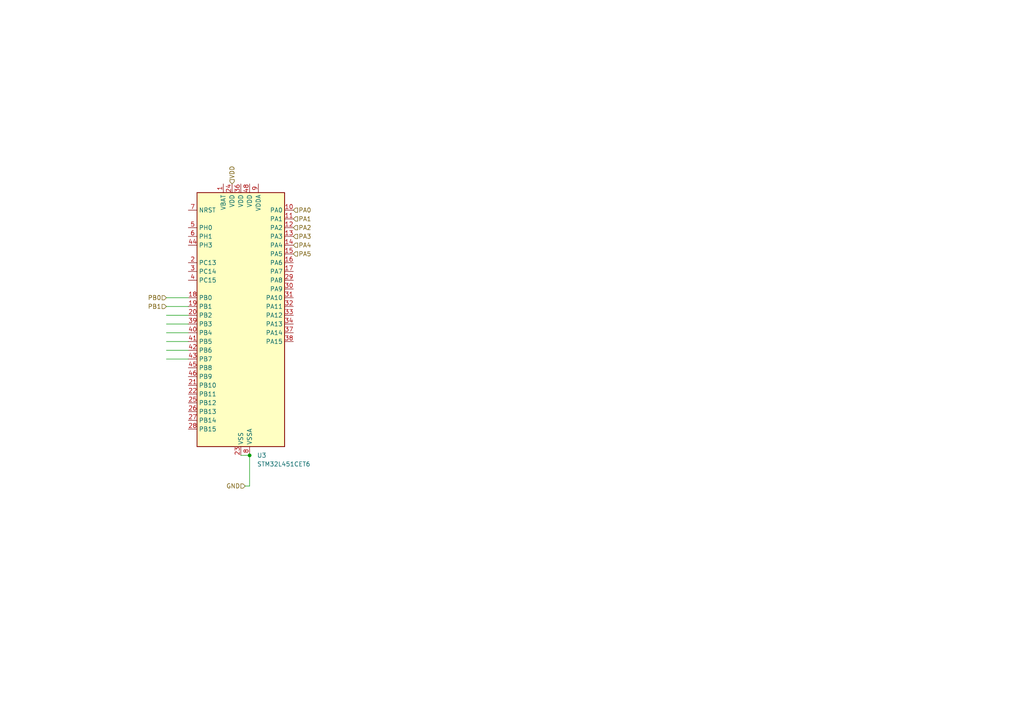
<source format=kicad_sch>
(kicad_sch (version 20250114) (generator "eeschema") (generator_version "9.0")
  (paper "A4")
  (title_block (title "Sensor_pcb: stm") (date "2025-10-21") (company "Giacomo Raggi"))
  (lib_symbols
    (symbol "#dzdb:s_mcu/M-STM-STM32L451CET6"
      (property "Reference" "U" (at -12.7 39.37 0))
      (property "Value" "STM32L451CET6" (at 7.62 39.37 0))
      (symbol "s_mcu/M-STM-STM32L451CET6_0_1"
        (rectangle (start -12.7 -35.56) (end 12.7 38.1) (stroke (width 0.254)) (fill (type background)))
      )
      (symbol "s_mcu/M-STM-STM32L451CET6_1_1"
        (pin input line (at -15.24 33.02 0) (length 2.54) (name "NRST") (number "7"))
        (pin bidirectional line (at -15.24 27.94 0) (length 2.54) (name "PH0") (number "5"))
        (pin bidirectional line (at -15.24 25.4 0) (length 2.54) (name "PH1") (number "6"))
        (pin bidirectional line (at -15.24 22.86 0) (length 2.54) (name "PH3") (number "44"))
        (pin bidirectional line (at -15.24 17.78 0) (length 2.54) (name "PC13") (number "2"))
        (pin bidirectional line (at -15.24 15.24 0) (length 2.54) (name "PC14") (number "3"))
        (pin bidirectional line (at -15.24 12.7 0) (length 2.54) (name "PC15") (number "4"))
        (pin bidirectional line (at -15.24 7.62 0) (length 2.54) (name "PB0") (number "18"))
        (pin bidirectional line (at -15.24 5.08 0) (length 2.54) (name "PB1") (number "19"))
        (pin bidirectional line (at -15.24 2.54 0) (length 2.54) (name "PB2") (number "20"))
        (pin bidirectional line (at -15.24 0 0) (length 2.54) (name "PB3") (number "39"))
        (pin bidirectional line (at -15.24 -2.54 0) (length 2.54) (name "PB4") (number "40"))
        (pin bidirectional line (at -15.24 -5.08 0) (length 2.54) (name "PB5") (number "41"))
        (pin bidirectional line (at -15.24 -7.62 0) (length 2.54) (name "PB6") (number "42"))
        (pin bidirectional line (at -15.24 -10.16 0) (length 2.54) (name "PB7") (number "43"))
        (pin bidirectional line (at -15.24 -12.7 0) (length 2.54) (name "PB8") (number "45"))
        (pin bidirectional line (at -15.24 -15.24 0) (length 2.54) (name "PB9") (number "46"))
        (pin bidirectional line (at -15.24 -17.78 0) (length 2.54) (name "PB10") (number "21"))
        (pin bidirectional line (at -15.24 -20.32 0) (length 2.54) (name "PB11") (number "22"))
        (pin bidirectional line (at -15.24 -22.86 0) (length 2.54) (name "PB12") (number "25"))
        (pin bidirectional line (at -15.24 -25.4 0) (length 2.54) (name "PB13") (number "26"))
        (pin bidirectional line (at -15.24 -27.94 0) (length 2.54) (name "PB14") (number "27"))
        (pin bidirectional line (at -15.24 -30.48 0) (length 2.54) (name "PB15") (number "28"))
        (pin power_in line (at -5.08 40.64 270) (length 2.54) (name "VBAT") (number "1"))
        (pin power_in line (at -2.54 40.64 270) (length 2.54) (name "VDD") (number "24"))
        (pin power_in line (at 0 40.64 270) (length 2.54) (name "VDD") (number "36"))
        (pin power_in line (at 0 -38.1 90) (length 2.54) (name "VSS") (number "23"))
        (pin passive line (at 0 -38.1 90) (length 2.54) (hide yes) (name "VSS") (number "35"))
        (pin passive line (at 0 -38.1 90) (length 2.54) (hide yes) (name "VSS") (number "47"))
        (pin power_in line (at 2.54 40.64 270) (length 2.54) (name "VDD") (number "48"))
        (pin power_in line (at 2.54 -38.1 90) (length 2.54) (name "VSSA") (number "8"))
        (pin power_in line (at 5.08 40.64 270) (length 2.54) (name "VDDA") (number "9"))
        (pin bidirectional line (at 15.24 33.02 180) (length 2.54) (name "PA0") (number "10"))
        (pin bidirectional line (at 15.24 30.48 180) (length 2.54) (name "PA1") (number "11"))
        (pin bidirectional line (at 15.24 27.94 180) (length 2.54) (name "PA2") (number "12"))
        (pin bidirectional line (at 15.24 25.4 180) (length 2.54) (name "PA3") (number "13"))
        (pin bidirectional line (at 15.24 22.86 180) (length 2.54) (name "PA4") (number "14"))
        (pin bidirectional line (at 15.24 20.32 180) (length 2.54) (name "PA5") (number "15"))
        (pin bidirectional line (at 15.24 17.78 180) (length 2.54) (name "PA6") (number "16"))
        (pin bidirectional line (at 15.24 15.24 180) (length 2.54) (name "PA7") (number "17"))
        (pin bidirectional line (at 15.24 12.7 180) (length 2.54) (name "PA8") (number "29"))
        (pin bidirectional line (at 15.24 10.16 180) (length 2.54) (name "PA9") (number "30"))
        (pin bidirectional line (at 15.24 7.62 180) (length 2.54) (name "PA10") (number "31"))
        (pin bidirectional line (at 15.24 5.08 180) (length 2.54) (name "PA11") (number "32"))
        (pin bidirectional line (at 15.24 2.54 180) (length 2.54) (name "PA12") (number "33"))
        (pin bidirectional line (at 15.24 0 180) (length 2.54) (name "PA13") (number "34"))
        (pin bidirectional line (at 15.24 -2.54 180) (length 2.54) (name "PA14") (number "37"))
        (pin bidirectional line (at 15.24 -5.08 180) (length 2.54) (name "PA15") (number "38"))
      )
    )
  )
  (junction (at 72.39 132.08))
  (wire (pts (xy 48.26 91.44) (xy 54.61 91.44)))
  (wire (pts (xy 48.26 93.98) (xy 54.61 93.98)))
  (wire (pts (xy 48.26 88.9) (xy 54.61 88.9)))
  (wire (pts (xy 72.39 140.97) (xy 71.12 140.97)))
  (wire (pts (xy 72.39 132.08) (xy 72.39 140.97)))
  (wire (pts (xy 48.26 96.52) (xy 54.61 96.52)))
  (wire (pts (xy 48.26 101.6) (xy 54.61 101.6)))
  (wire (pts (xy 69.85 132.08) (xy 72.39 132.08)))
  (wire (pts (xy 48.26 99.06) (xy 54.61 99.06)))
  (wire (pts (xy 48.26 104.14) (xy 54.61 104.14)))
  (wire (pts (xy 48.26 86.36) (xy 54.61 86.36)))
  (hierarchical_label "PB1" (shape input) (at 48.26 88.9 180))
  (hierarchical_label "PA2" (shape input) (at 85.09 66.04 0))
  (hierarchical_label "PA4" (shape input) (at 85.09 71.12 0))
  (hierarchical_label "PB0" (shape input) (at 48.26 86.36 180))
  (hierarchical_label "PA5" (shape input) (at 85.09 73.66 0))
  (hierarchical_label "GND" (shape input) (at 71.12 140.97 180))
  (hierarchical_label "PA3" (shape input) (at 85.09 68.58 0))
  (hierarchical_label "VDD" (shape input) (at 67.31 53.34 90))
  (hierarchical_label "PA0" (shape input) (at 85.09 60.96 0))
  (hierarchical_label "PA1" (shape input) (at 85.09 63.5 0))
  (symbol (lib_id "#dzdb:s_mcu/M-STM-STM32L451CET6") (at 69.85 93.98 0) (unit 1)
    (property "Reference" "U3" (at 74.5333 132.08 0) (effects (justify left)))
    (property "Value" "STM32L451CET6" (at 74.5333 134.62 0) (effects (justify left)))
    (property "Footprint" "Package_QFP:LQFP-48-1EP_7x7mm_P0.5mm_EP3.6x3.6mm_ThermalVias" (effects (hide yes)))
    (property "Datasheet" "https://www.st.com/resource/en/datasheet/stm32l451cc.pdf" (effects (hide yes)))
    (property "Description" "MCU 32-Bit ARM Cortex M4 80MHz LQFP48" (effects (hide yes)))
    (property "IPN" "M-STM-STM32L451CET6" (effects (hide yes)))
    (property "MPN" "STM32L451CET6" (effects (hide yes)))
    (property "Manufacturer" "STMicroelectronics" (effects (hide yes)))
    (property "Core" "Cortex-M4" (effects (hide yes)))
    (property "Flash" "512KB" (effects (hide yes)))
    (property "RAM" "160KB" (effects (hide yes)))
    (property "Freq" "80MHz" (effects (hide yes)))
    (property "Voltage" "1.71V-3.6V" (effects (hide yes)))
    (property "Pins" "38" (effects (hide yes)))
    (property "ADC" "12bit" (effects (hide yes)))
    (property "DAC" "12bit" (effects (hide yes)))
    (property "Interfaces" "I2C SPI UART USART CAN" (effects (hide yes)))
    (property "Special" "DMA RTC" (effects (hide yes)))
    (property "Package" "LQFP48" (effects (hide yes)))
    (property "Temp Range" "-40°C to 85°C" (effects (hide yes)))
    (property "Supplier" " Mouser" (effects (hide yes)))
    (property "SPN" "511-STM32L451CET6" (effects (hide yes)))
    (property "LCSC" "C5269846" (effects (hide yes)))
    (property "Comment" "lifecycle=Active" (effects (hide yes)))
  )
)
</source>
